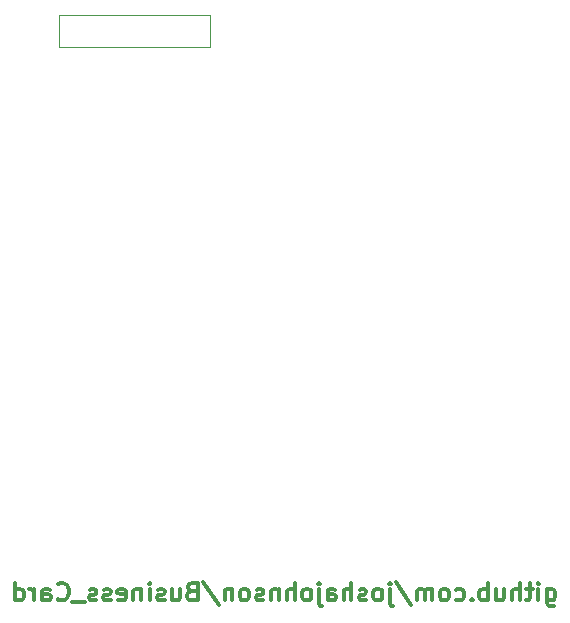
<source format=gbr>
G04 #@! TF.FileFunction,Legend,Bot*
%FSLAX46Y46*%
G04 Gerber Fmt 4.6, Leading zero omitted, Abs format (unit mm)*
G04 Created by KiCad (PCBNEW 4.0.7) date 06/25/18 21:13:57*
%MOMM*%
%LPD*%
G01*
G04 APERTURE LIST*
%ADD10C,0.100000*%
%ADD11C,0.300000*%
%ADD12C,0.120000*%
G04 APERTURE END LIST*
D10*
D11*
X141812574Y-105215571D02*
X141812574Y-106429857D01*
X141884003Y-106572714D01*
X141955431Y-106644143D01*
X142098288Y-106715571D01*
X142312574Y-106715571D01*
X142455431Y-106644143D01*
X141812574Y-106144143D02*
X141955431Y-106215571D01*
X142241145Y-106215571D01*
X142384003Y-106144143D01*
X142455431Y-106072714D01*
X142526860Y-105929857D01*
X142526860Y-105501286D01*
X142455431Y-105358429D01*
X142384003Y-105287000D01*
X142241145Y-105215571D01*
X141955431Y-105215571D01*
X141812574Y-105287000D01*
X141098288Y-106215571D02*
X141098288Y-105215571D01*
X141098288Y-104715571D02*
X141169717Y-104787000D01*
X141098288Y-104858429D01*
X141026860Y-104787000D01*
X141098288Y-104715571D01*
X141098288Y-104858429D01*
X140598288Y-105215571D02*
X140026859Y-105215571D01*
X140384002Y-104715571D02*
X140384002Y-106001286D01*
X140312574Y-106144143D01*
X140169716Y-106215571D01*
X140026859Y-106215571D01*
X139526859Y-106215571D02*
X139526859Y-104715571D01*
X138884002Y-106215571D02*
X138884002Y-105429857D01*
X138955431Y-105287000D01*
X139098288Y-105215571D01*
X139312573Y-105215571D01*
X139455431Y-105287000D01*
X139526859Y-105358429D01*
X137526859Y-105215571D02*
X137526859Y-106215571D01*
X138169716Y-105215571D02*
X138169716Y-106001286D01*
X138098288Y-106144143D01*
X137955430Y-106215571D01*
X137741145Y-106215571D01*
X137598288Y-106144143D01*
X137526859Y-106072714D01*
X136812573Y-106215571D02*
X136812573Y-104715571D01*
X136812573Y-105287000D02*
X136669716Y-105215571D01*
X136384002Y-105215571D01*
X136241145Y-105287000D01*
X136169716Y-105358429D01*
X136098287Y-105501286D01*
X136098287Y-105929857D01*
X136169716Y-106072714D01*
X136241145Y-106144143D01*
X136384002Y-106215571D01*
X136669716Y-106215571D01*
X136812573Y-106144143D01*
X135455430Y-106072714D02*
X135384002Y-106144143D01*
X135455430Y-106215571D01*
X135526859Y-106144143D01*
X135455430Y-106072714D01*
X135455430Y-106215571D01*
X134098287Y-106144143D02*
X134241144Y-106215571D01*
X134526858Y-106215571D01*
X134669716Y-106144143D01*
X134741144Y-106072714D01*
X134812573Y-105929857D01*
X134812573Y-105501286D01*
X134741144Y-105358429D01*
X134669716Y-105287000D01*
X134526858Y-105215571D01*
X134241144Y-105215571D01*
X134098287Y-105287000D01*
X133241144Y-106215571D02*
X133384002Y-106144143D01*
X133455430Y-106072714D01*
X133526859Y-105929857D01*
X133526859Y-105501286D01*
X133455430Y-105358429D01*
X133384002Y-105287000D01*
X133241144Y-105215571D01*
X133026859Y-105215571D01*
X132884002Y-105287000D01*
X132812573Y-105358429D01*
X132741144Y-105501286D01*
X132741144Y-105929857D01*
X132812573Y-106072714D01*
X132884002Y-106144143D01*
X133026859Y-106215571D01*
X133241144Y-106215571D01*
X132098287Y-106215571D02*
X132098287Y-105215571D01*
X132098287Y-105358429D02*
X132026859Y-105287000D01*
X131884001Y-105215571D01*
X131669716Y-105215571D01*
X131526859Y-105287000D01*
X131455430Y-105429857D01*
X131455430Y-106215571D01*
X131455430Y-105429857D02*
X131384001Y-105287000D01*
X131241144Y-105215571D01*
X131026859Y-105215571D01*
X130884001Y-105287000D01*
X130812573Y-105429857D01*
X130812573Y-106215571D01*
X129026859Y-104644143D02*
X130312573Y-106572714D01*
X128526858Y-105215571D02*
X128526858Y-106501286D01*
X128598287Y-106644143D01*
X128741144Y-106715571D01*
X128812572Y-106715571D01*
X128526858Y-104715571D02*
X128598287Y-104787000D01*
X128526858Y-104858429D01*
X128455430Y-104787000D01*
X128526858Y-104715571D01*
X128526858Y-104858429D01*
X127598286Y-106215571D02*
X127741144Y-106144143D01*
X127812572Y-106072714D01*
X127884001Y-105929857D01*
X127884001Y-105501286D01*
X127812572Y-105358429D01*
X127741144Y-105287000D01*
X127598286Y-105215571D01*
X127384001Y-105215571D01*
X127241144Y-105287000D01*
X127169715Y-105358429D01*
X127098286Y-105501286D01*
X127098286Y-105929857D01*
X127169715Y-106072714D01*
X127241144Y-106144143D01*
X127384001Y-106215571D01*
X127598286Y-106215571D01*
X126526858Y-106144143D02*
X126384001Y-106215571D01*
X126098286Y-106215571D01*
X125955429Y-106144143D01*
X125884001Y-106001286D01*
X125884001Y-105929857D01*
X125955429Y-105787000D01*
X126098286Y-105715571D01*
X126312572Y-105715571D01*
X126455429Y-105644143D01*
X126526858Y-105501286D01*
X126526858Y-105429857D01*
X126455429Y-105287000D01*
X126312572Y-105215571D01*
X126098286Y-105215571D01*
X125955429Y-105287000D01*
X125241143Y-106215571D02*
X125241143Y-104715571D01*
X124598286Y-106215571D02*
X124598286Y-105429857D01*
X124669715Y-105287000D01*
X124812572Y-105215571D01*
X125026857Y-105215571D01*
X125169715Y-105287000D01*
X125241143Y-105358429D01*
X123241143Y-106215571D02*
X123241143Y-105429857D01*
X123312572Y-105287000D01*
X123455429Y-105215571D01*
X123741143Y-105215571D01*
X123884000Y-105287000D01*
X123241143Y-106144143D02*
X123384000Y-106215571D01*
X123741143Y-106215571D01*
X123884000Y-106144143D01*
X123955429Y-106001286D01*
X123955429Y-105858429D01*
X123884000Y-105715571D01*
X123741143Y-105644143D01*
X123384000Y-105644143D01*
X123241143Y-105572714D01*
X122526857Y-105215571D02*
X122526857Y-106501286D01*
X122598286Y-106644143D01*
X122741143Y-106715571D01*
X122812571Y-106715571D01*
X122526857Y-104715571D02*
X122598286Y-104787000D01*
X122526857Y-104858429D01*
X122455429Y-104787000D01*
X122526857Y-104715571D01*
X122526857Y-104858429D01*
X121598285Y-106215571D02*
X121741143Y-106144143D01*
X121812571Y-106072714D01*
X121884000Y-105929857D01*
X121884000Y-105501286D01*
X121812571Y-105358429D01*
X121741143Y-105287000D01*
X121598285Y-105215571D01*
X121384000Y-105215571D01*
X121241143Y-105287000D01*
X121169714Y-105358429D01*
X121098285Y-105501286D01*
X121098285Y-105929857D01*
X121169714Y-106072714D01*
X121241143Y-106144143D01*
X121384000Y-106215571D01*
X121598285Y-106215571D01*
X120455428Y-106215571D02*
X120455428Y-104715571D01*
X119812571Y-106215571D02*
X119812571Y-105429857D01*
X119884000Y-105287000D01*
X120026857Y-105215571D01*
X120241142Y-105215571D01*
X120384000Y-105287000D01*
X120455428Y-105358429D01*
X119098285Y-105215571D02*
X119098285Y-106215571D01*
X119098285Y-105358429D02*
X119026857Y-105287000D01*
X118883999Y-105215571D01*
X118669714Y-105215571D01*
X118526857Y-105287000D01*
X118455428Y-105429857D01*
X118455428Y-106215571D01*
X117812571Y-106144143D02*
X117669714Y-106215571D01*
X117383999Y-106215571D01*
X117241142Y-106144143D01*
X117169714Y-106001286D01*
X117169714Y-105929857D01*
X117241142Y-105787000D01*
X117383999Y-105715571D01*
X117598285Y-105715571D01*
X117741142Y-105644143D01*
X117812571Y-105501286D01*
X117812571Y-105429857D01*
X117741142Y-105287000D01*
X117598285Y-105215571D01*
X117383999Y-105215571D01*
X117241142Y-105287000D01*
X116312570Y-106215571D02*
X116455428Y-106144143D01*
X116526856Y-106072714D01*
X116598285Y-105929857D01*
X116598285Y-105501286D01*
X116526856Y-105358429D01*
X116455428Y-105287000D01*
X116312570Y-105215571D01*
X116098285Y-105215571D01*
X115955428Y-105287000D01*
X115883999Y-105358429D01*
X115812570Y-105501286D01*
X115812570Y-105929857D01*
X115883999Y-106072714D01*
X115955428Y-106144143D01*
X116098285Y-106215571D01*
X116312570Y-106215571D01*
X115169713Y-105215571D02*
X115169713Y-106215571D01*
X115169713Y-105358429D02*
X115098285Y-105287000D01*
X114955427Y-105215571D01*
X114741142Y-105215571D01*
X114598285Y-105287000D01*
X114526856Y-105429857D01*
X114526856Y-106215571D01*
X112741142Y-104644143D02*
X114026856Y-106572714D01*
X111741141Y-105429857D02*
X111526855Y-105501286D01*
X111455427Y-105572714D01*
X111383998Y-105715571D01*
X111383998Y-105929857D01*
X111455427Y-106072714D01*
X111526855Y-106144143D01*
X111669713Y-106215571D01*
X112241141Y-106215571D01*
X112241141Y-104715571D01*
X111741141Y-104715571D01*
X111598284Y-104787000D01*
X111526855Y-104858429D01*
X111455427Y-105001286D01*
X111455427Y-105144143D01*
X111526855Y-105287000D01*
X111598284Y-105358429D01*
X111741141Y-105429857D01*
X112241141Y-105429857D01*
X110098284Y-105215571D02*
X110098284Y-106215571D01*
X110741141Y-105215571D02*
X110741141Y-106001286D01*
X110669713Y-106144143D01*
X110526855Y-106215571D01*
X110312570Y-106215571D01*
X110169713Y-106144143D01*
X110098284Y-106072714D01*
X109455427Y-106144143D02*
X109312570Y-106215571D01*
X109026855Y-106215571D01*
X108883998Y-106144143D01*
X108812570Y-106001286D01*
X108812570Y-105929857D01*
X108883998Y-105787000D01*
X109026855Y-105715571D01*
X109241141Y-105715571D01*
X109383998Y-105644143D01*
X109455427Y-105501286D01*
X109455427Y-105429857D01*
X109383998Y-105287000D01*
X109241141Y-105215571D01*
X109026855Y-105215571D01*
X108883998Y-105287000D01*
X108169712Y-106215571D02*
X108169712Y-105215571D01*
X108169712Y-104715571D02*
X108241141Y-104787000D01*
X108169712Y-104858429D01*
X108098284Y-104787000D01*
X108169712Y-104715571D01*
X108169712Y-104858429D01*
X107455426Y-105215571D02*
X107455426Y-106215571D01*
X107455426Y-105358429D02*
X107383998Y-105287000D01*
X107241140Y-105215571D01*
X107026855Y-105215571D01*
X106883998Y-105287000D01*
X106812569Y-105429857D01*
X106812569Y-106215571D01*
X105526855Y-106144143D02*
X105669712Y-106215571D01*
X105955426Y-106215571D01*
X106098283Y-106144143D01*
X106169712Y-106001286D01*
X106169712Y-105429857D01*
X106098283Y-105287000D01*
X105955426Y-105215571D01*
X105669712Y-105215571D01*
X105526855Y-105287000D01*
X105455426Y-105429857D01*
X105455426Y-105572714D01*
X106169712Y-105715571D01*
X104883998Y-106144143D02*
X104741141Y-106215571D01*
X104455426Y-106215571D01*
X104312569Y-106144143D01*
X104241141Y-106001286D01*
X104241141Y-105929857D01*
X104312569Y-105787000D01*
X104455426Y-105715571D01*
X104669712Y-105715571D01*
X104812569Y-105644143D01*
X104883998Y-105501286D01*
X104883998Y-105429857D01*
X104812569Y-105287000D01*
X104669712Y-105215571D01*
X104455426Y-105215571D01*
X104312569Y-105287000D01*
X103669712Y-106144143D02*
X103526855Y-106215571D01*
X103241140Y-106215571D01*
X103098283Y-106144143D01*
X103026855Y-106001286D01*
X103026855Y-105929857D01*
X103098283Y-105787000D01*
X103241140Y-105715571D01*
X103455426Y-105715571D01*
X103598283Y-105644143D01*
X103669712Y-105501286D01*
X103669712Y-105429857D01*
X103598283Y-105287000D01*
X103455426Y-105215571D01*
X103241140Y-105215571D01*
X103098283Y-105287000D01*
X102741140Y-106358429D02*
X101598283Y-106358429D01*
X100383997Y-106072714D02*
X100455426Y-106144143D01*
X100669712Y-106215571D01*
X100812569Y-106215571D01*
X101026854Y-106144143D01*
X101169712Y-106001286D01*
X101241140Y-105858429D01*
X101312569Y-105572714D01*
X101312569Y-105358429D01*
X101241140Y-105072714D01*
X101169712Y-104929857D01*
X101026854Y-104787000D01*
X100812569Y-104715571D01*
X100669712Y-104715571D01*
X100455426Y-104787000D01*
X100383997Y-104858429D01*
X99098283Y-106215571D02*
X99098283Y-105429857D01*
X99169712Y-105287000D01*
X99312569Y-105215571D01*
X99598283Y-105215571D01*
X99741140Y-105287000D01*
X99098283Y-106144143D02*
X99241140Y-106215571D01*
X99598283Y-106215571D01*
X99741140Y-106144143D01*
X99812569Y-106001286D01*
X99812569Y-105858429D01*
X99741140Y-105715571D01*
X99598283Y-105644143D01*
X99241140Y-105644143D01*
X99098283Y-105572714D01*
X98383997Y-106215571D02*
X98383997Y-105215571D01*
X98383997Y-105501286D02*
X98312569Y-105358429D01*
X98241140Y-105287000D01*
X98098283Y-105215571D01*
X97955426Y-105215571D01*
X96812569Y-106215571D02*
X96812569Y-104715571D01*
X96812569Y-106144143D02*
X96955426Y-106215571D01*
X97241140Y-106215571D01*
X97383998Y-106144143D01*
X97455426Y-106072714D01*
X97526855Y-105929857D01*
X97526855Y-105501286D01*
X97455426Y-105358429D01*
X97383998Y-105287000D01*
X97241140Y-105215571D01*
X96955426Y-105215571D01*
X96812569Y-105287000D01*
D12*
X100500000Y-59330000D02*
X100500000Y-56670000D01*
X113270000Y-59330000D02*
X100500000Y-59330000D01*
X113270000Y-56670000D02*
X100500000Y-56670000D01*
X113270000Y-59330000D02*
X113270000Y-56670000D01*
M02*

</source>
